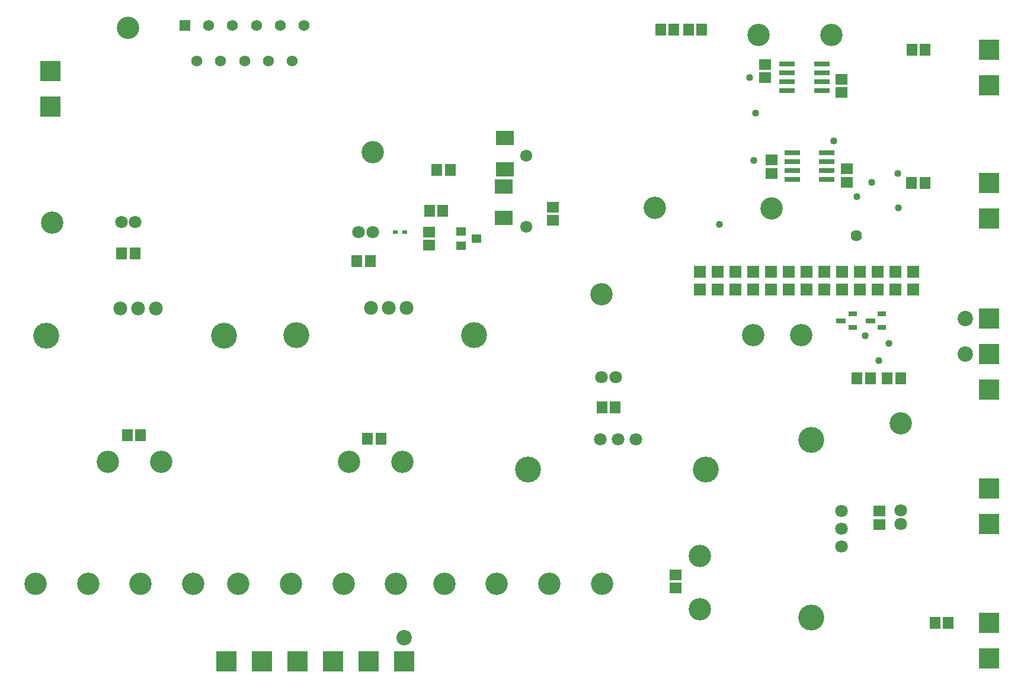
<source format=gbr>
%FSLAX23Y23*%
%MOIN*%
G04 EasyPC Gerber Version 17.0 Build 3379 *
%ADD107R,0.05887X0.06787*%
%ADD114R,0.06187X0.06187*%
%ADD112R,0.06787X0.06787*%
%ADD105R,0.11811X0.11811*%
%ADD103C,0.03987*%
%ADD115C,0.06187*%
%ADD123C,0.06387*%
%ADD117C,0.06787*%
%ADD111C,0.07087*%
%ADD109C,0.07087*%
%ADD108C,0.07787*%
%ADD121R,0.02587X0.02087*%
%ADD119R,0.04787X0.02787*%
%ADD120R,0.05559X0.02787*%
%ADD113R,0.08587X0.02987*%
%ADD106C,0.08661*%
%ADD104C,0.12598*%
%ADD118C,0.14567*%
%ADD122R,0.05587X0.04787*%
%ADD110R,0.06787X0.05887*%
%ADD116R,0.09843X0.07874*%
X0Y0D02*
D02*
D103*
X4083Y2737D03*
X4255Y3563D03*
X4279Y3098D03*
X4287Y3366D03*
X4728Y3208D03*
X4858Y2893D03*
X4905Y2112D03*
X4940Y2976D03*
X4980Y1970D03*
X5039Y2067D03*
X5088Y3023D03*
X5090Y2830D03*
D02*
D104*
X238Y714D03*
X330Y2748D03*
X533Y714D03*
X645Y1401D03*
X759Y3846D03*
X828Y714D03*
X945Y1401D03*
X1124Y714D03*
X1379D03*
X1675D03*
X1970D03*
X2000Y1401D03*
X2133Y3145D03*
X2265Y714D03*
X2300Y1401D03*
X2537Y714D03*
X2832D03*
X3127D03*
X3421Y2346D03*
X3423Y714D03*
X3720Y2830D03*
X3976Y570D03*
Y870D03*
X4275Y2114D03*
X4303Y3805D03*
X4377Y2829D03*
X4543Y2114D03*
X4716Y3805D03*
X5106Y1617D03*
D02*
D105*
X322Y3402D03*
Y3602D03*
X1311Y279D03*
X1511D03*
X1711D03*
X1911D03*
X2111D03*
X2311D03*
X5601Y1052D03*
Y1252D03*
Y1808D03*
Y2008D03*
Y2208D03*
Y2772D03*
Y2972D03*
X5602Y296D03*
Y496D03*
Y3520D03*
Y3720D03*
D02*
D106*
X2311Y411D03*
X5469Y2008D03*
X5469Y2208D03*
D02*
D107*
X722Y2576D03*
X753Y1551D03*
X797Y2576D03*
X828Y1551D03*
X2045Y2531D03*
X2106Y1531D03*
X2120Y2531D03*
X2181Y1531D03*
X2454Y2815D03*
X2496Y3043D03*
X2529Y2815D03*
X2571Y3043D03*
X3423Y1708D03*
X3498D03*
X3753Y3834D03*
X3828D03*
X3911D03*
X3986D03*
X4859Y1870D03*
X4934D03*
X5029D03*
X5104D03*
X5166Y2972D03*
X5167Y3720D03*
X5241Y2972D03*
X5242Y3720D03*
X5297Y496D03*
X5372D03*
D02*
D108*
X715Y2263D03*
X814D03*
X914D03*
X2124Y2267D03*
X2224D03*
X2324D03*
D02*
D109*
X3414Y1527D03*
X3514D03*
X3614D03*
X4771Y925D03*
Y1025D03*
Y1125D03*
D02*
D110*
X2452Y2620D03*
Y2695D03*
X3149Y2761D03*
Y2836D03*
X3838Y690D03*
Y765D03*
X4342Y3563D03*
Y3638D03*
X4377Y3025D03*
Y3100D03*
X4771Y3480D03*
Y3555D03*
X4800Y2975D03*
Y3050D03*
X4986Y1049D03*
Y1124D03*
D02*
D111*
X720Y2750D03*
X799D03*
X2055Y2696D03*
X2133D03*
X3421Y1878D03*
X3500D03*
X5104Y1051D03*
Y1129D03*
D02*
D112*
X3973Y2372D03*
Y2472D03*
X4073Y2372D03*
Y2472D03*
X4173Y2372D03*
Y2472D03*
X4273Y2372D03*
Y2472D03*
X4373Y2372D03*
Y2472D03*
X4473Y2372D03*
Y2472D03*
X4573Y2372D03*
Y2472D03*
X4673Y2372D03*
Y2472D03*
X4773Y2372D03*
Y2472D03*
X4873Y2372D03*
Y2472D03*
X4973Y2372D03*
Y2472D03*
X5073Y2372D03*
Y2472D03*
X5173Y2372D03*
Y2472D03*
D02*
D113*
X4466Y3491D03*
Y3541D03*
Y3591D03*
Y3641D03*
X4493Y2991D03*
Y3041D03*
Y3091D03*
Y3141D03*
X4660Y3491D03*
Y3541D03*
Y3591D03*
Y3641D03*
X4687Y2991D03*
Y3041D03*
Y3091D03*
Y3141D03*
D02*
D114*
X1078Y3859D03*
D02*
D115*
X1145Y3659D03*
X1212Y3859D03*
X1279Y3659D03*
X1346Y3859D03*
X1413Y3659D03*
X1480Y3859D03*
X1547Y3659D03*
X1614Y3859D03*
X1681Y3659D03*
X1748Y3859D03*
D02*
D116*
X2872Y2773D03*
Y2950D03*
X2877Y3049D03*
Y3226D03*
D02*
D117*
X2997Y2723D03*
Y3123D03*
D02*
D118*
X299Y2110D03*
X1299D03*
X1704Y2114D03*
X2704D03*
X3007Y1358D03*
X4007D03*
X4602Y523D03*
Y1523D03*
D02*
D119*
X4834Y2159D03*
Y2234D03*
X4999Y2159D03*
Y2234D03*
D02*
D120*
X4767Y2196D03*
X4933D03*
D02*
D121*
X2260Y2695D03*
X2315D03*
D02*
D122*
X2630Y2617D03*
Y2697D03*
X2717Y2657D03*
D02*
D123*
X4854Y2673D03*
X0Y0D02*
M02*

</source>
